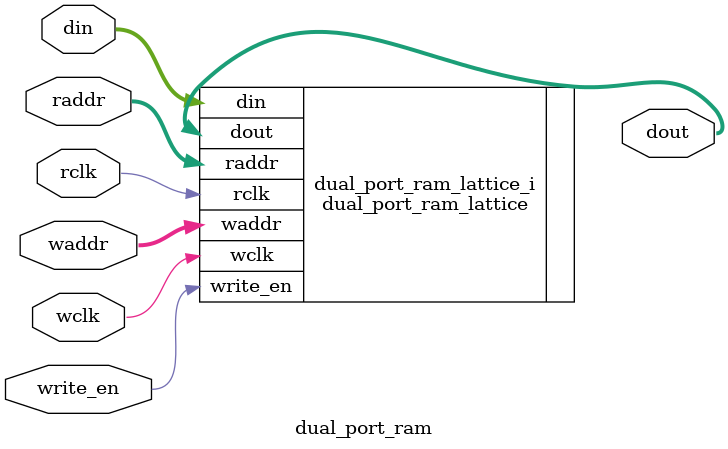
<source format=v>
/*
###############################################################################
# Copyright (c) 2018, PulseRain Technology LLC 
#
# Licensed under the Apache License, Version 2.0 (the "License");
# you may not use this file except in compliance with the License.
# You may obtain a copy of the License at
#
#     http://www.apache.org/licenses/LICENSE-2.0
#
# Unless required by applicable law or agreed to in writing, software
# distributed under the License is distributed on an "AS IS" BASIS,
# WITHOUT WARRANTIES OR CONDITIONS OF ANY KIND, either express or implied.
# See the License for the specific language governing permissions and
# limitations under the License.
#
###############################################################################
*/

`default_nettype none

module dual_port_ram #(parameter ADDR_WIDTH = 32, DATA_WIDTH = 32) (
          input wire [ADDR_WIDTH - 1 : 0]       waddr, 
          input wire [ADDR_WIDTH - 1 : 0]       raddr,
          
          input wire [DATA_WIDTH - 1 : 0]       din,
          input wire                            write_en, 
          input wire                            wclk, 
          input wire                            rclk,
          output wire [DATA_WIDTH - 1 : 0]      dout
);


    dual_port_ram_lattice #(.ADDR_WIDTH (ADDR_WIDTH), .DATA_WIDTH (DATA_WIDTH)) dual_port_ram_lattice_i (
            .waddr (waddr),
            .raddr (raddr),
            
            .din (din),
            .write_en (write_en),
            
            .wclk (wclk),
            .rclk (rclk),
            .dout (dout) );
            
endmodule

`default_nettype wire

</source>
